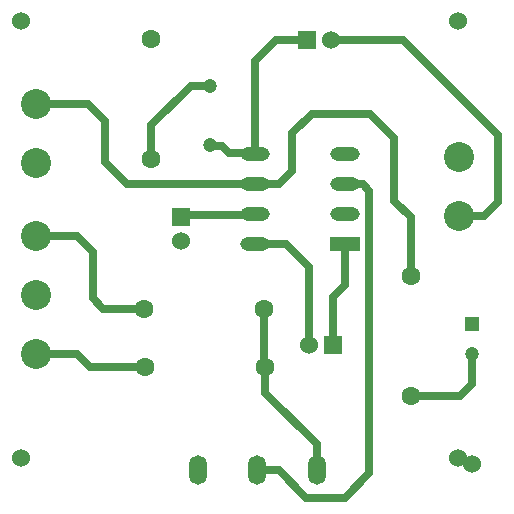
<source format=gbl>
G04*
G04 #@! TF.GenerationSoftware,Altium Limited,Altium Designer,19.0.15 (446)*
G04*
G04 Layer_Physical_Order=2*
G04 Layer_Color=16711680*
%FSLAX43Y43*%
%MOMM*%
G71*
G01*
G75*
%ADD12C,1.524*%
%ADD13C,1.600*%
%ADD14C,1.200*%
%ADD15R,1.200X1.200*%
%ADD16R,1.524X1.524*%
%ADD17O,1.500X2.500*%
%ADD18C,2.540*%
%ADD19R,1.524X1.524*%
%ADD20R,2.500X1.200*%
%ADD21O,2.500X1.200*%
%ADD22C,0.700*%
D12*
X42000Y42000D02*
D03*
X5000D02*
D03*
Y5000D02*
D03*
X42000D02*
D03*
X43180Y4500D02*
D03*
X18542Y23400D02*
D03*
X29369Y14605D02*
D03*
X31210Y40386D02*
D03*
D13*
X37973Y10287D02*
D03*
Y20447D02*
D03*
X16002Y40513D02*
D03*
Y30353D02*
D03*
X25527Y17653D02*
D03*
X15367D02*
D03*
X25654Y12700D02*
D03*
X15494D02*
D03*
D14*
X43180Y13843D02*
D03*
X20955Y31519D02*
D03*
Y36519D02*
D03*
D15*
X43180Y16383D02*
D03*
D16*
X18542Y25400D02*
D03*
D17*
X30000Y4000D02*
D03*
X25000D02*
D03*
X20000D02*
D03*
D18*
X6223Y23796D02*
D03*
Y18796D02*
D03*
Y13796D02*
D03*
Y34972D02*
D03*
Y29972D02*
D03*
X42037Y25480D02*
D03*
Y30480D02*
D03*
D19*
X31369Y14605D02*
D03*
X29210Y40386D02*
D03*
D20*
X32385Y23114D02*
D03*
D21*
Y25654D02*
D03*
Y28194D02*
D03*
Y30734D02*
D03*
X24765Y23114D02*
D03*
Y25654D02*
D03*
Y28194D02*
D03*
Y30734D02*
D03*
D22*
X19354Y36519D02*
X20955D01*
X16002Y33166D02*
X19354Y36519D01*
X16002Y30353D02*
Y33166D01*
X21963Y31423D02*
X22556Y30830D01*
X24669D01*
X24765Y30734D01*
X21051Y31423D02*
X21963D01*
X20955Y31519D02*
X21051Y31423D01*
X45339Y26670D02*
Y32385D01*
X37338Y40386D02*
X45339Y32385D01*
X31210Y40386D02*
X37338D01*
X29369Y14605D02*
Y21177D01*
X27432Y23114D02*
X29369Y21177D01*
X24765Y23114D02*
X27432D01*
X26800Y4000D02*
X29149Y1651D01*
X32385D01*
X37973Y20447D02*
Y25400D01*
X36576Y26797D02*
X37973Y25400D01*
X36576Y26797D02*
Y32131D01*
X34544Y34163D02*
X36576Y32131D01*
X42084Y25527D02*
X44196D01*
X42037Y25480D02*
X42084Y25527D01*
X34485Y3751D02*
Y27618D01*
X33909Y28194D02*
X34485Y27618D01*
X32385Y28194D02*
X33909D01*
X32385Y1651D02*
X34485Y3751D01*
X25000Y4000D02*
X26800D01*
X29591Y34163D02*
X34544D01*
X26797Y28194D02*
X27940Y29337D01*
X24765Y28194D02*
X26797D01*
X27940Y29337D02*
Y32512D01*
X29591Y34163D01*
X24669Y25558D02*
X24765Y25654D01*
X18700Y25558D02*
X24669D01*
X18542Y25400D02*
X18700Y25558D01*
X12065Y30099D02*
X13970Y28194D01*
X24765D01*
X12065Y30099D02*
Y33528D01*
X10621Y34972D02*
X12065Y33528D01*
X6223Y34972D02*
X10621D01*
X24765Y30734D02*
Y38608D01*
X26543Y40386D01*
X29210D01*
X44196Y25527D02*
X45339Y26670D01*
X31369Y14605D02*
Y18669D01*
X32385Y19685D01*
Y23114D01*
X42164Y10287D02*
X43180Y11303D01*
Y13843D01*
X37973Y10287D02*
X42164D01*
X25654Y10541D02*
X30000Y6195D01*
X25654Y10541D02*
Y12700D01*
X30000Y4000D02*
Y6195D01*
X25590Y12764D02*
X25654Y12700D01*
X25590Y12764D02*
Y17590D01*
X25527Y17653D02*
X25590Y17590D01*
X10795Y12700D02*
X15494D01*
X9699Y13796D02*
X10795Y12700D01*
X6223Y13796D02*
X9699D01*
X9732Y23796D02*
X11049Y22479D01*
X6223Y23796D02*
X9732D01*
X11049Y18542D02*
Y22479D01*
Y18542D02*
X11938Y17653D01*
X15367D01*
M02*

</source>
